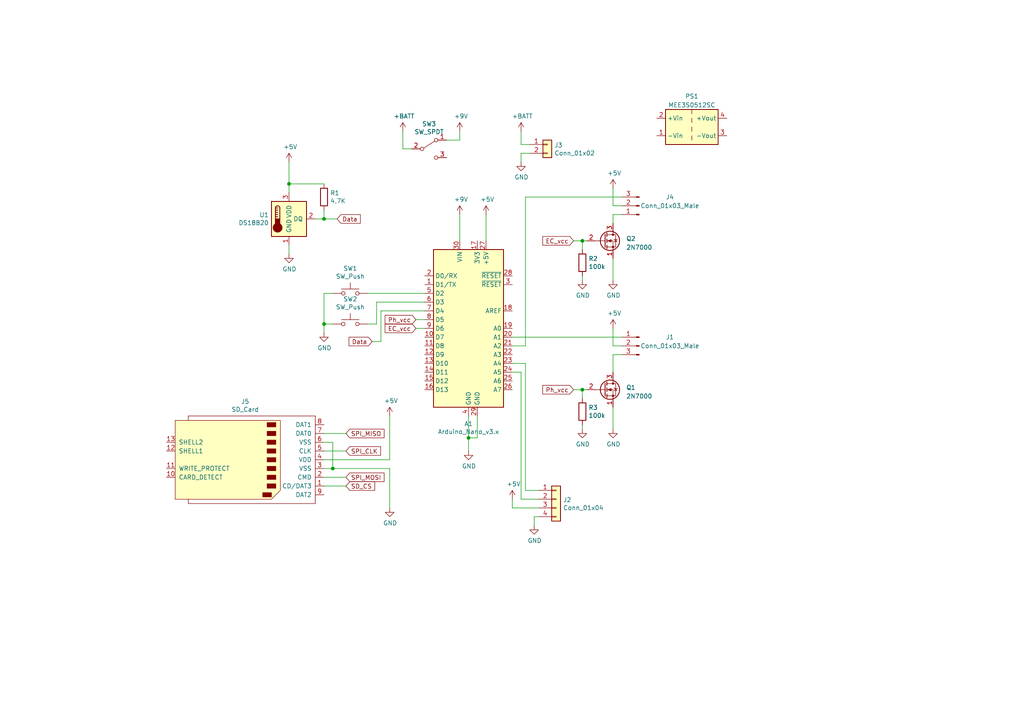
<source format=kicad_sch>
(kicad_sch (version 20230121) (generator eeschema)
  (paper "A4")
  (lib_symbols
    (symbol "Connector:SD_Card" (pin_names (offset 1.016))
      (property "Reference" "J" (at -16.51 13.97 0))
      (property "Value" "SD_Card" (at 15.24 -13.97 0))
      (symbol "SD_Card_0_1"
        (rectangle (start -8.89 -9.525) (end -6.35 -10.795) (fill (type outline)))
        (rectangle (start -8.89 -6.985) (end -6.35 -8.255) (fill (type outline)))
        (rectangle (start -8.89 -4.445) (end -6.35 -5.715) (fill (type outline)))
        (rectangle (start -8.89 -1.905) (end -6.35 -3.175) (fill (type outline)))
        (rectangle (start -8.89 0.635) (end -6.35 -0.635) (fill (type outline)))
        (rectangle (start -8.89 3.175) (end -6.35 1.905) (fill (type outline)))
        (rectangle (start -8.89 5.715) (end -6.35 4.445) (fill (type outline)))
        (rectangle (start -8.89 8.255) (end -6.35 6.985) (fill (type outline)))
        (rectangle (start -7.62 10.795) (end -5.08 9.525) (fill (type outline)))
        (polyline (pts (xy -10.16 8.89) (xy -7.62 11.43) (xy 20.32 11.43) (xy 20.32 -11.43) (xy -10.16 -11.43) (xy -10.16 8.89)) (fill (type background)))
        (polyline (pts (xy 16.51 11.43) (xy 16.51 12.7) (xy -20.32 12.7) (xy -20.32 -12.7) (xy 16.51 -12.7) (xy 16.51 -11.43)))
      )
      (symbol "SD_Card_1_1"
        (pin input line (at -22.86 7.62 0) (length 2.54) (name "CD/DAT3") (number "1"))
        (pin input line (at 22.86 5.08 180) (length 2.54) (name "CARD_DETECT") (number "10"))
        (pin input line (at 22.86 2.54 180) (length 2.54) (name "WRITE_PROTECT") (number "11"))
        (pin input line (at 22.86 -2.54 180) (length 2.54) (name "SHELL1") (number "12"))
        (pin input line (at 22.86 -5.08 180) (length 2.54) (name "SHELL2") (number "13"))
        (pin input line (at -22.86 5.08 0) (length 2.54) (name "CMD") (number "2"))
        (pin power_in line (at -22.86 2.54 0) (length 2.54) (name "VSS") (number "3"))
        (pin power_in line (at -22.86 0 0) (length 2.54) (name "VDD") (number "4"))
        (pin input line (at -22.86 -2.54 0) (length 2.54) (name "CLK") (number "5"))
        (pin power_in line (at -22.86 -5.08 0) (length 2.54) (name "VSS") (number "6"))
        (pin input line (at -22.86 -7.62 0) (length 2.54) (name "DAT0") (number "7"))
        (pin input line (at -22.86 -10.16 0) (length 2.54) (name "DAT1") (number "8"))
        (pin input line (at -22.86 10.16 0) (length 2.54) (name "DAT2") (number "9"))
      )
    )
    (symbol "Connector_Generic:Conn_01x02" (pin_names (offset 1.016) hide)
      (property "Reference" "J" (at 0 2.54 0))
      (property "Value" "Conn_01x02" (at 0 -5.08 0))
      (symbol "Conn_01x02_1_1"
        (rectangle (start -1.27 -2.413) (end 0 -2.667) (stroke (width 0.1524)))
        (rectangle (start -1.27 0.127) (end 0 -0.127) (stroke (width 0.1524)))
        (rectangle (start -1.27 1.27) (end 1.27 -3.81) (stroke (width 0.254)) (fill (type background)))
        (pin passive line (at -5.08 0 0) (length 3.81) (name "Pin_1") (number "1"))
        (pin passive line (at -5.08 -2.54 0) (length 3.81) (name "Pin_2") (number "2"))
      )
    )
    (symbol "Connector_Generic:Conn_01x04" (pin_names (offset 1.016) hide)
      (property "Reference" "J" (at 0 5.08 0))
      (property "Value" "Conn_01x04" (at 0 -7.62 0))
      (symbol "Conn_01x04_1_1"
        (rectangle (start -1.27 -4.953) (end 0 -5.207) (stroke (width 0.1524)))
        (rectangle (start -1.27 -2.413) (end 0 -2.667) (stroke (width 0.1524)))
        (rectangle (start -1.27 0.127) (end 0 -0.127) (stroke (width 0.1524)))
        (rectangle (start -1.27 2.667) (end 0 2.413) (stroke (width 0.1524)))
        (rectangle (start -1.27 3.81) (end 1.27 -6.35) (stroke (width 0.254)) (fill (type background)))
        (pin passive line (at -5.08 2.54 0) (length 3.81) (name "Pin_1") (number "1"))
        (pin passive line (at -5.08 0 0) (length 3.81) (name "Pin_2") (number "2"))
        (pin passive line (at -5.08 -2.54 0) (length 3.81) (name "Pin_3") (number "3"))
        (pin passive line (at -5.08 -5.08 0) (length 3.81) (name "Pin_4") (number "4"))
      )
    )
    (symbol "Converter_DCDC:MEE3S0512SC"
      (property "Reference" "PS" (at -7.62 6.35 0))
      (property "Value" "MEE3S0512SC" (at 1.27 6.35 0))
      (symbol "MEE3S0512SC_0_0"
        (pin power_in line (at -10.16 -2.54 0) (length 2.54) (name "-Vin") (number "1"))
        (pin power_in line (at -10.16 2.54 0) (length 2.54) (name "+Vin") (number "2"))
        (pin power_out line (at 10.16 -2.54 180) (length 2.54) (name "-Vout") (number "3"))
        (pin power_out line (at 10.16 2.54 180) (length 2.54) (name "+Vout") (number "4"))
      )
      (symbol "MEE3S0512SC_0_1"
        (rectangle (start -7.62 5.08) (end 7.62 -5.08) (stroke (width 0.254)) (fill (type background)))
        (polyline (pts (xy 0 -2.54) (xy 0 -3.81)))
        (polyline (pts (xy 0 0) (xy 0 -1.27)))
        (polyline (pts (xy 0 2.54) (xy 0 1.27)))
        (polyline (pts (xy 0 5.08) (xy 0 3.81)))
      )
    )
    (symbol "Device:R" (pin_numbers hide) (pin_names (offset 0))
      (property "Reference" "R" (at 2.032 0 90))
      (property "Value" "R" (at 0 0 90))
      (symbol "R_0_1"
        (rectangle (start -1.016 -2.54) (end 1.016 2.54) (stroke (width 0.254)))
      )
      (symbol "R_1_1"
        (pin passive line (at 0 3.81 270) (length 1.27) (name "~") (number "1"))
        (pin passive line (at 0 -3.81 90) (length 1.27) (name "~") (number "2"))
      )
    )
    (symbol "MCU_Module:Arduino_Nano_v3.x"
      (property "Reference" "A" (at -10.16 23.495 0))
      (property "Value" "Arduino_Nano_v3.x" (at 5.08 -24.13 0))
      (symbol "Arduino_Nano_v3.x_0_1"
        (rectangle (start -10.16 22.86) (end 10.16 -22.86) (stroke (width 0.254)) (fill (type background)))
      )
      (symbol "Arduino_Nano_v3.x_1_1"
        (pin bidirectional line (at -12.7 12.7 0) (length 2.54) (name "D1/TX") (number "1"))
        (pin bidirectional line (at -12.7 -2.54 0) (length 2.54) (name "D7") (number "10"))
        (pin bidirectional line (at -12.7 -5.08 0) (length 2.54) (name "D8") (number "11"))
        (pin bidirectional line (at -12.7 -7.62 0) (length 2.54) (name "D9") (number "12"))
        (pin bidirectional line (at -12.7 -10.16 0) (length 2.54) (name "D10") (number "13"))
        (pin bidirectional line (at -12.7 -12.7 0) (length 2.54) (name "D11") (number "14"))
        (pin bidirectional line (at -12.7 -15.24 0) (length 2.54) (name "D12") (number "15"))
        (pin bidirectional line (at -12.7 -17.78 0) (length 2.54) (name "D13") (number "16"))
        (pin power_out line (at 2.54 25.4 270) (length 2.54) (name "3V3") (number "17"))
        (pin input line (at 12.7 5.08 180) (length 2.54) (name "AREF") (number "18"))
        (pin bidirectional line (at 12.7 0 180) (length 2.54) (name "A0") (number "19"))
        (pin bidirectional line (at -12.7 15.24 0) (length 2.54) (name "D0/RX") (number "2"))
        (pin bidirectional line (at 12.7 -2.54 180) (length 2.54) (name "A1") (number "20"))
        (pin bidirectional line (at 12.7 -5.08 180) (length 2.54) (name "A2") (number "21"))
        (pin bidirectional line (at 12.7 -7.62 180) (length 2.54) (name "A3") (number "22"))
        (pin bidirectional line (at 12.7 -10.16 180) (length 2.54) (name "A4") (number "23"))
        (pin bidirectional line (at 12.7 -12.7 180) (length 2.54) (name "A5") (number "24"))
        (pin bidirectional line (at 12.7 -15.24 180) (length 2.54) (name "A6") (number "25"))
        (pin bidirectional line (at 12.7 -17.78 180) (length 2.54) (name "A7") (number "26"))
        (pin power_out line (at 5.08 25.4 270) (length 2.54) (name "+5V") (number "27"))
        (pin input line (at 12.7 15.24 180) (length 2.54) (name "~{RESET}") (number "28"))
        (pin power_in line (at 2.54 -25.4 90) (length 2.54) (name "GND") (number "29"))
        (pin input line (at 12.7 12.7 180) (length 2.54) (name "~{RESET}") (number "3"))
        (pin power_in line (at -2.54 25.4 270) (length 2.54) (name "VIN") (number "30"))
        (pin power_in line (at 0 -25.4 90) (length 2.54) (name "GND") (number "4"))
        (pin bidirectional line (at -12.7 10.16 0) (length 2.54) (name "D2") (number "5"))
        (pin bidirectional line (at -12.7 7.62 0) (length 2.54) (name "D3") (number "6"))
        (pin bidirectional line (at -12.7 5.08 0) (length 2.54) (name "D4") (number "7"))
        (pin bidirectional line (at -12.7 2.54 0) (length 2.54) (name "D5") (number "8"))
        (pin bidirectional line (at -12.7 0 0) (length 2.54) (name "D6") (number "9"))
      )
    )
    (symbol "Switch:SW_Push" (pin_numbers hide) (pin_names (offset 1.016) hide)
      (property "Reference" "SW" (at 1.27 2.54 0))
      (property "Value" "SW_Push" (at 0 -1.524 0))
      (symbol "SW_Push_0_1"
        (circle (center -2.032 0) (radius 0.508))
        (polyline (pts (xy 0 1.27) (xy 0 3.048)))
        (polyline (pts (xy 2.54 1.27) (xy -2.54 1.27)))
        (circle (center 2.032 0) (radius 0.508))
        (pin passive line (at -5.08 0 0) (length 2.54) (name "1") (number "1"))
        (pin passive line (at 5.08 0 180) (length 2.54) (name "2") (number "2"))
      )
    )
    (symbol "Switch:SW_SPDT" (pin_names (offset 0) hide)
      (property "Reference" "SW" (at 0 4.318 0))
      (property "Value" "SW_SPDT" (at 0 -5.08 0))
      (symbol "SW_SPDT_0_0"
        (circle (center -2.032 0) (radius 0.508))
        (circle (center 2.032 -2.54) (radius 0.508))
      )
      (symbol "SW_SPDT_0_1"
        (polyline (pts (xy -1.524 0.254) (xy 1.651 2.286)))
        (circle (center 2.032 2.54) (radius 0.508))
      )
      (symbol "SW_SPDT_1_1"
        (pin passive line (at 5.08 2.54 180) (length 2.54) (name "A") (number "1"))
        (pin passive line (at -5.08 0 0) (length 2.54) (name "B") (number "2"))
        (pin passive line (at 5.08 -2.54 180) (length 2.54) (name "C") (number "3"))
      )
    )
    (symbol "Transistor_FET:2N7000" (pin_names hide)
      (property "Reference" "Q" (at 5.08 1.905 0))
      (property "Value" "2N7000" (at 5.08 0 0))
      (symbol "2N7000_0_1"
        (polyline (pts (xy 0.254 0) (xy -2.54 0)))
        (polyline (pts (xy 0.254 1.905) (xy 0.254 -1.905)) (stroke (width 0.254)))
        (polyline (pts (xy 0.762 -1.27) (xy 0.762 -2.286)) (stroke (width 0.254)))
        (polyline (pts (xy 0.762 0.508) (xy 0.762 -0.508)) (stroke (width 0.254)))
        (polyline (pts (xy 0.762 2.286) (xy 0.762 1.27)) (stroke (width 0.254)))
        (polyline (pts (xy 2.54 2.54) (xy 2.54 1.778)))
        (polyline (pts (xy 2.54 -2.54) (xy 2.54 0) (xy 0.762 0)))
        (polyline (pts (xy 0.762 -1.778) (xy 3.302 -1.778) (xy 3.302 1.778) (xy 0.762 1.778)))
        (polyline (pts (xy 1.016 0) (xy 2.032 0.381) (xy 2.032 -0.381) (xy 1.016 0)) (fill (type outline)))
        (polyline (pts (xy 2.794 0.508) (xy 2.921 0.381) (xy 3.683 0.381) (xy 3.81 0.254)))
        (polyline (pts (xy 3.302 0.381) (xy 2.921 -0.254) (xy 3.683 -0.254) (xy 3.302 0.381)))
        (circle (center 1.651 0) (radius 2.794) (stroke (width 0.254)))
        (circle (center 2.54 -1.778) (radius 0.254) (fill (type outline)))
        (circle (center 2.54 1.778) (radius 0.254) (fill (type outline)))
      )
      (symbol "2N7000_1_1"
        (pin passive line (at 2.54 -5.08 90) (length 2.54) (name "S") (number "1"))
        (pin input line (at -5.08 0 0) (length 2.54) (name "G") (number "2"))
        (pin passive line (at 2.54 5.08 270) (length 2.54) (name "D") (number "3"))
      )
    )
    (symbol "pHmeter-rescue:Conn_01x03_Male-Connector" (pin_names (offset 1.016) hide)
      (property "Reference" "J" (at 0 5.08 0))
      (property "Value" "Connector_Conn_01x03_Male" (at 0 -5.08 0))
      (symbol "Conn_01x03_Male-Connector_1_1"
        (polyline (pts (xy 1.27 -2.54) (xy 0.8636 -2.54)) (stroke (width 0.1524)))
        (polyline (pts (xy 1.27 0) (xy 0.8636 0)) (stroke (width 0.1524)))
        (polyline (pts (xy 1.27 2.54) (xy 0.8636 2.54)) (stroke (width 0.1524)))
        (rectangle (start 0.8636 -2.413) (end 0 -2.667) (stroke (width 0.1524)) (fill (type outline)))
        (rectangle (start 0.8636 0.127) (end 0 -0.127) (stroke (width 0.1524)) (fill (type outline)))
        (rectangle (start 0.8636 2.667) (end 0 2.413) (stroke (width 0.1524)) (fill (type outline)))
        (pin passive line (at 5.08 2.54 180) (length 3.81) (name "Pin_1") (number "1"))
        (pin passive line (at 5.08 0 180) (length 3.81) (name "Pin_2") (number "2"))
        (pin passive line (at 5.08 -2.54 180) (length 3.81) (name "Pin_3") (number "3"))
      )
    )
    (symbol "pHmeter-rescue:DS18B20-Sensor_Temperature" (pin_names (offset 1.016))
      (property "Reference" "U" (at -3.81 6.35 0))
      (property "Value" "Sensor_Temperature_DS18B20" (at 6.35 6.35 0))
      (symbol "DS18B20-Sensor_Temperature_0_1"
        (rectangle (start -5.08 5.08) (end 5.08 -5.08) (stroke (width 0.254)) (fill (type background)))
        (circle (center -3.302 -2.54) (radius 1.27) (stroke (width 0.254)) (fill (type outline)))
        (rectangle (start -2.667 -1.905) (end -3.937 0) (stroke (width 0.254)) (fill (type outline)))
        (arc (start -2.667 3.175) (mid -3.302 3.8073) (end -3.937 3.175) (stroke (width 0.254)))
        (polyline (pts (xy -3.937 0.635) (xy -3.302 0.635)) (stroke (width 0.254)))
        (polyline (pts (xy -3.937 1.27) (xy -3.302 1.27)) (stroke (width 0.254)))
        (polyline (pts (xy -3.937 1.905) (xy -3.302 1.905)) (stroke (width 0.254)))
        (polyline (pts (xy -3.937 2.54) (xy -3.302 2.54)) (stroke (width 0.254)))
        (polyline (pts (xy -3.937 3.175) (xy -3.937 0)) (stroke (width 0.254)))
        (polyline (pts (xy -3.937 3.175) (xy -3.302 3.175)) (stroke (width 0.254)))
        (polyline (pts (xy -2.667 3.175) (xy -2.667 0)) (stroke (width 0.254)))
      )
      (symbol "DS18B20-Sensor_Temperature_1_1"
        (pin power_in line (at 0 -7.62 90) (length 2.54) (name "GND") (number "1"))
        (pin bidirectional line (at 7.62 0 180) (length 2.54) (name "DQ") (number "2"))
        (pin power_in line (at 0 7.62 270) (length 2.54) (name "VDD") (number "3"))
      )
    )
    (symbol "power:+5V" (power) (pin_names (offset 0))
      (property "Value" "+5V" (at 0 3.556 0))
      (symbol "+5V_0_1"
        (polyline (pts (xy -0.762 1.27) (xy 0 2.54)))
        (polyline (pts (xy 0 0) (xy 0 2.54)))
        (polyline (pts (xy 0 2.54) (xy 0.762 1.27)))
      )
      (symbol "+5V_1_1"
        (pin power_in line (at 0 0 90) (length 0) hide (name "+5V") (number "1"))
      )
    )
    (symbol "power:+9V" (power) (pin_names (offset 0))
      (property "Value" "+9V" (at 0 3.556 0))
      (symbol "+9V_0_1"
        (polyline (pts (xy -0.762 1.27) (xy 0 2.54)))
        (polyline (pts (xy 0 0) (xy 0 2.54)))
        (polyline (pts (xy 0 2.54) (xy 0.762 1.27)))
      )
      (symbol "+9V_1_1"
        (pin power_in line (at 0 0 90) (length 0) hide (name "+9V") (number "1"))
      )
    )
    (symbol "power:+BATT" (power) (pin_names (offset 0))
      (property "Value" "+BATT" (at 0 3.556 0))
      (symbol "+BATT_0_1"
        (polyline (pts (xy -0.762 1.27) (xy 0 2.54)))
        (polyline (pts (xy 0 0) (xy 0 2.54)))
        (polyline (pts (xy 0 2.54) (xy 0.762 1.27)))
      )
      (symbol "+BATT_1_1"
        (pin power_in line (at 0 0 90) (length 0) hide (name "+BATT") (number "1"))
      )
    )
    (symbol "power:GND" (power) (pin_names (offset 0))
      (property "Value" "GND" (at 0 -3.81 0))
      (symbol "GND_0_1"
        (polyline (pts (xy 0 0) (xy 0 -1.27) (xy 1.27 -1.27) (xy 0 -2.54) (xy -1.27 -1.27) (xy 0 -1.27)))
      )
      (symbol "GND_1_1"
        (pin power_in line (at 0 0 270) (length 0) hide (name "GND") (number "1"))
      )
    )
  )
  (junction (at 93.98 63.5))
  (junction (at 93.98 93.98))
  (junction (at 83.82 53.34))
  (junction (at 96.52 135.89))
  (junction (at 168.91 69.85))
  (junction (at 168.91 113.03))
  (junction (at 135.89 127))
  (wire (pts (xy 113.03 120.65) (xy 113.03 133.35)))
  (wire (pts (xy 154.94 149.86) (xy 156.21 149.86)))
  (wire (pts (xy 151.13 38.1) (xy 151.13 41.91)))
  (wire (pts (xy 135.89 127) (xy 135.89 130.81)))
  (wire (pts (xy 133.35 62.23) (xy 133.35 69.85)))
  (wire (pts (xy 168.91 113.03) (xy 170.18 113.03)))
  (wire (pts (xy 83.82 71.12) (xy 83.82 73.66)))
  (wire (pts (xy 177.8 59.69) (xy 180.34 59.69)))
  (wire (pts (xy 83.82 53.34) (xy 83.82 55.88)))
  (wire (pts (xy 177.8 118.11) (xy 177.8 124.46)))
  (wire (pts (xy 93.98 85.09) (xy 96.52 85.09)))
  (wire (pts (xy 83.82 46.99) (xy 83.82 53.34)))
  (wire (pts (xy 133.35 40.64) (xy 133.35 38.1)))
  (wire (pts (xy 177.8 107.95) (xy 177.8 102.87)))
  (wire (pts (xy 180.34 62.23) (xy 177.8 62.23)))
  (wire (pts (xy 93.98 138.43) (xy 100.33 138.43)))
  (wire (pts (xy 152.4 57.15) (xy 180.34 57.15)))
  (wire (pts (xy 93.98 96.52) (xy 93.98 93.98)))
  (wire (pts (xy 148.59 147.32) (xy 156.21 147.32)))
  (wire (pts (xy 110.49 99.06) (xy 110.49 90.17)))
  (wire (pts (xy 93.98 60.96) (xy 93.98 63.5)))
  (wire (pts (xy 129.54 40.64) (xy 133.35 40.64)))
  (wire (pts (xy 96.52 128.27) (xy 96.52 135.89)))
  (wire (pts (xy 177.8 74.93) (xy 177.8 81.28)))
  (wire (pts (xy 177.8 102.87) (xy 180.34 102.87)))
  (wire (pts (xy 116.84 38.1) (xy 116.84 43.18)))
  (wire (pts (xy 109.22 87.63) (xy 123.19 87.63)))
  (wire (pts (xy 151.13 144.78) (xy 156.21 144.78)))
  (wire (pts (xy 177.8 100.33) (xy 180.34 100.33)))
  (wire (pts (xy 135.89 127) (xy 135.89 120.65)))
  (wire (pts (xy 168.91 69.85) (xy 170.18 69.85)))
  (wire (pts (xy 151.13 41.91) (xy 153.67 41.91)))
  (wire (pts (xy 93.98 140.97) (xy 100.33 140.97)))
  (wire (pts (xy 106.68 93.98) (xy 109.22 93.98)))
  (wire (pts (xy 106.68 85.09) (xy 123.19 85.09)))
  (wire (pts (xy 96.52 135.89) (xy 113.03 135.89)))
  (wire (pts (xy 116.84 43.18) (xy 119.38 43.18)))
  (wire (pts (xy 152.4 105.41) (xy 148.59 105.41)))
  (wire (pts (xy 97.79 63.5) (xy 93.98 63.5)))
  (wire (pts (xy 110.49 90.17) (xy 123.19 90.17)))
  (wire (pts (xy 96.52 93.98) (xy 93.98 93.98)))
  (wire (pts (xy 152.4 142.24) (xy 152.4 105.41)))
  (wire (pts (xy 166.37 113.03) (xy 168.91 113.03)))
  (wire (pts (xy 93.98 128.27) (xy 96.52 128.27)))
  (wire (pts (xy 177.8 54.61) (xy 177.8 59.69)))
  (wire (pts (xy 93.98 93.98) (xy 93.98 85.09)))
  (wire (pts (xy 109.22 93.98) (xy 109.22 87.63)))
  (wire (pts (xy 120.65 95.25) (xy 123.19 95.25)))
  (wire (pts (xy 151.13 107.95) (xy 151.13 144.78)))
  (wire (pts (xy 168.91 123.19) (xy 168.91 124.46)))
  (wire (pts (xy 168.91 80.01) (xy 168.91 81.28)))
  (wire (pts (xy 151.13 46.99) (xy 151.13 44.45)))
  (wire (pts (xy 154.94 149.86) (xy 154.94 152.4)))
  (wire (pts (xy 140.97 62.23) (xy 140.97 69.85)))
  (wire (pts (xy 148.59 107.95) (xy 151.13 107.95)))
  (wire (pts (xy 152.4 100.33) (xy 148.59 100.33)))
  (wire (pts (xy 113.03 135.89) (xy 113.03 147.32)))
  (wire (pts (xy 138.43 120.65) (xy 138.43 127)))
  (wire (pts (xy 156.21 142.24) (xy 152.4 142.24)))
  (wire (pts (xy 93.98 133.35) (xy 113.03 133.35)))
  (wire (pts (xy 107.95 99.06) (xy 110.49 99.06)))
  (wire (pts (xy 151.13 44.45) (xy 153.67 44.45)))
  (wire (pts (xy 168.91 69.85) (xy 168.91 72.39)))
  (wire (pts (xy 177.8 95.25) (xy 177.8 100.33)))
  (wire (pts (xy 93.98 125.73) (xy 100.33 125.73)))
  (wire (pts (xy 152.4 100.33) (xy 152.4 57.15)))
  (wire (pts (xy 93.98 63.5) (xy 91.44 63.5)))
  (wire (pts (xy 166.37 69.85) (xy 168.91 69.85)))
  (wire (pts (xy 177.8 62.23) (xy 177.8 64.77)))
  (wire (pts (xy 148.59 144.78) (xy 148.59 147.32)))
  (wire (pts (xy 148.59 97.79) (xy 180.34 97.79)))
  (wire (pts (xy 120.65 92.71) (xy 123.19 92.71)))
  (wire (pts (xy 93.98 135.89) (xy 96.52 135.89)))
  (wire (pts (xy 93.98 53.34) (xy 83.82 53.34)))
  (wire (pts (xy 93.98 130.81) (xy 100.33 130.81)))
  (wire (pts (xy 168.91 113.03) (xy 168.91 115.57)))
  (wire (pts (xy 138.43 127) (xy 135.89 127)))
  (global_label "Ph_vcc" (shape input) (at 120.65 92.71 180) (property "Intersheetrefs" "${INTERSHEET_REFS}" (effects hide)))
  (global_label "SPI_MISO" (shape input) (at 100.33 125.73 0) (property "Intersheetrefs" "${INTERSHEET_REFS}" (effects hide)))
  (global_label "Data" (shape input) (at 97.79 63.5 0) (property "Intersheetrefs" "${INTERSHEET_REFS}" (effects hide)))
  (global_label "SPI_MOSI" (shape input) (at 100.33 138.43 0) (property "Intersheetrefs" "${INTERSHEET_REFS}" (effects hide)))
  (global_label "Data" (shape input) (at 107.95 99.06 180) (property "Intersheetrefs" "${INTERSHEET_REFS}" (effects hide)))
  (global_label "SPI_CLK" (shape input) (at 100.33 130.81 0) (property "Intersheetrefs" "${INTERSHEET_REFS}" (effects hide)))
  (global_label "EC_vcc" (shape input) (at 120.65 95.25 180) (property "Intersheetrefs" "${INTERSHEET_REFS}" (effects hide)))
  (global_label "SD_CS" (shape input) (at 100.33 140.97 0) (property "Intersheetrefs" "${INTERSHEET_REFS}" (effects hide)))
  (global_label "EC_vcc" (shape input) (at 166.37 69.85 180) (property "Intersheetrefs" "${INTERSHEET_REFS}" (effects hide)))
  (global_label "Ph_vcc" (shape input) (at 166.37 113.03 180) (property "Intersheetrefs" "${INTERSHEET_REFS}" (effects hide)))
  (symbol (lib_id "MCU_Module:Arduino_Nano_v3.x") (at 135.89 95.25 0) (unit 1)
    (property "Reference" "A1" (at 135.89 122.9106 0))
    (property "Value" "Arduino_Nano_v3.x" (at 135.89 125.222 0))
    (property "Footprint" "Module:Arduino_Nano" (effects hide))
    (property "Datasheet" "http://www.mouser.com/pdfdocs/Gravitech_Arduino_Nano3_0.pdf" (effects hide))
  )
  (symbol (lib_id "Switch:SW_Push") (at 101.6 85.09 0) (unit 1)
    (property "Reference" "SW1" (at 101.6 77.851 0))
    (property "Value" "SW_Push" (at 101.6 80.1624 0))
    (property "Footprint" "Button_Switch_THT:SW_PUSH_6mm_H8mm" (effects hide))
  )
  (symbol (lib_id "power:GND") (at 93.98 96.52 0) (unit 1)
    (property "Reference" "#PWR0101" (effects hide))
    (property "Value" "GND" (at 94.107 100.9142 0))
  )
  (symbol (lib_id "power:GND") (at 135.89 130.81 0) (unit 1)
    (property "Reference" "#PWR0102" (effects hide))
    (property "Value" "GND" (at 136.017 135.2042 0))
  )
  (symbol (lib_id "Switch:SW_Push") (at 101.6 93.98 0) (unit 1)
    (property "Reference" "SW2" (at 101.6 86.741 0))
    (property "Value" "SW_Push" (at 101.6 89.0524 0))
    (property "Footprint" "Button_Switch_THT:SW_PUSH_6mm_H8mm" (effects hide))
  )
  (symbol (lib_id "pHmeter-rescue:DS18B20-Sensor_Temperature") (at 83.82 63.5 0) (unit 1)
    (property "Reference" "U1" (at 77.978 62.3316 0) (effects (justify right)))
    (property "Value" "DS18B20" (at 77.978 64.643 0) (effects (justify right)))
    (property "Footprint" "Button_Switch_THT:SW_CuK_JS202011AQN_DPDT_Angled" (effects hide))
    (property "Datasheet" "http://datasheets.maximintegrated.com/en/ds/DS18B20.pdf" (effects hide))
  )
  (symbol (lib_id "power:+9V") (at 133.35 62.23 0) (unit 1)
    (property "Reference" "#PWR0103" (effects hide))
    (property "Value" "+9V" (at 133.731 57.8358 0))
  )
  (symbol (lib_id "power:+5V") (at 140.97 62.23 0) (unit 1)
    (property "Reference" "#PWR0104" (effects hide))
    (property "Value" "+5V" (at 141.351 57.8358 0))
  )
  (symbol (lib_id "power:+5V") (at 83.82 46.99 0) (unit 1)
    (property "Reference" "#PWR0105" (effects hide))
    (property "Value" "+5V" (at 84.201 42.5958 0))
  )
  (symbol (lib_id "power:GND") (at 83.82 73.66 0) (unit 1)
    (property "Reference" "#PWR0106" (effects hide))
    (property "Value" "GND" (at 83.947 78.0542 0))
  )
  (symbol (lib_id "Device:R") (at 93.98 57.15 0) (unit 1)
    (property "Reference" "R1" (at 95.758 55.9816 0) (effects (justify left)))
    (property "Value" "4,7K" (at 95.758 58.293 0) (effects (justify left)))
    (property "Footprint" "Resistor_THT:R_Axial_DIN0207_L6.3mm_D2.5mm_P10.16mm_Horizontal" (effects hide))
  )
  (symbol (lib_id "pHmeter-rescue:Conn_01x03_Male-Connector") (at 185.42 100.33 0) (mirror y) (unit 1)
    (property "Reference" "J1" (at 194.31 97.79 0))
    (property "Value" "Conn_01x03_Male" (at 194.31 100.33 0))
    (property "Footprint" "Connector_PinHeader_2.54mm:PinHeader_1x03_P2.54mm_Horizontal" (effects hide))
  )
  (symbol (lib_id "Switch:SW_SPDT") (at 124.46 43.18 0) (unit 1)
    (property "Reference" "SW3" (at 124.46 35.941 0))
    (property "Value" "SW_SPDT" (at 124.46 38.2524 0))
    (property "Footprint" "Connector_PinHeader_2.54mm:PinHeader_1x03_P2.54mm_Vertical" (effects hide))
  )
  (symbol (lib_id "power:+BATT") (at 116.84 38.1 0) (unit 1)
    (property "Reference" "#PWR0109" (effects hide))
    (property "Value" "+BATT" (at 117.221 33.7058 0))
  )
  (symbol (lib_id "power:+9V") (at 133.35 38.1 0) (unit 1)
    (property "Reference" "#PWR0110" (effects hide))
    (property "Value" "+9V" (at 133.731 33.7058 0))
  )
  (symbol (lib_id "Connector_Generic:Conn_01x04") (at 161.29 144.78 0) (unit 1)
    (property "Reference" "J2" (at 163.322 144.9832 0) (effects (justify left)))
    (property "Value" "Conn_01x04" (at 163.322 147.2946 0) (effects (justify left)))
    (property "Footprint" "Connector_PinHeader_2.54mm:PinHeader_1x04_P2.54mm_Vertical" (effects hide))
  )
  (symbol (lib_id "power:+5V") (at 148.59 144.78 0) (unit 1)
    (property "Reference" "#PWR0111" (effects hide))
    (property "Value" "+5V" (at 148.971 140.3858 0))
  )
  (symbol (lib_id "power:GND") (at 154.94 152.4 0) (unit 1)
    (property "Reference" "#PWR0112" (effects hide))
    (property "Value" "GND" (at 155.067 156.7942 0))
  )
  (symbol (lib_id "Connector_Generic:Conn_01x02") (at 158.75 41.91 0) (unit 1)
    (property "Reference" "J3" (at 160.782 42.1132 0) (effects (justify left)))
    (property "Value" "Conn_01x02" (at 160.782 44.4246 0) (effects (justify left)))
    (property "Footprint" "Connector_PinHeader_2.54mm:PinHeader_1x02_P2.54mm_Vertical" (effects hide))
  )
  (symbol (lib_id "power:GND") (at 151.13 46.99 0) (unit 1)
    (property "Reference" "#PWR0113" (effects hide))
    (property "Value" "GND" (at 151.257 51.3842 0))
  )
  (symbol (lib_id "power:+BATT") (at 151.13 38.1 0) (unit 1)
    (property "Reference" "#PWR0114" (effects hide))
    (property "Value" "+BATT" (at 151.511 33.7058 0))
  )
  (symbol (lib_id "pHmeter-rescue:Conn_01x03_Male-Connector") (at 185.42 59.69 180) (unit 1)
    (property "Reference" "J4" (at 194.31 57.15 0))
    (property "Value" "Conn_01x03_Male" (at 194.31 59.69 0))
    (property "Footprint" "Connector_PinHeader_2.54mm:PinHeader_1x03_P2.54mm_Horizontal" (effects hide))
  )
  (symbol (lib_id "Connector:SD_Card") (at 71.12 133.35 180) (unit 1)
    (property "Reference" "J5" (at 71.12 116.459 0))
    (property "Value" "SD_Card" (at 71.12 118.7704 0))
    (property "Datasheet" "http://portal.fciconnect.com/Comergent//fci/drawing/10067847.pdf" (effects hide))
  )
  (symbol (lib_id "power:GND") (at 113.03 147.32 0) (unit 1)
    (property "Reference" "#PWR0115" (effects hide))
    (property "Value" "GND" (at 113.157 151.7142 0))
  )
  (symbol (lib_id "power:+5V") (at 113.03 120.65 0) (unit 1)
    (property "Reference" "#PWR0116" (effects hide))
    (property "Value" "+5V" (at 113.411 116.2558 0))
  )
  (symbol (lib_id "power:GND") (at 168.91 124.46 0) (unit 1)
    (property "Reference" "#PWR01" (effects hide))
    (property "Value" "GND" (at 169.037 128.8542 0))
  )
  (symbol (lib_id "Converter_DCDC:MEE3S0512SC") (at 200.66 36.83 0) (unit 1)
    (property "Reference" "PS1" (at 200.66 27.94 0))
    (property "Value" "MEE3S0512SC" (at 200.66 30.48 0))
    (property "Footprint" "Converter_DCDC:Converter_DCDC_Murata_MEE3SxxxxSC_THT" (effects hide))
    (property "Datasheet" "https://power.murata.com/pub/data/power/ncl/kdc_mee3.pdf" (effects hide))
  )
  (symbol (lib_id "power:GND") (at 177.8 124.46 0) (unit 1)
    (property "Reference" "#PWR02" (effects hide))
    (property "Value" "GND" (at 177.927 128.8542 0))
  )
  (symbol (lib_id "Transistor_FET:2N7000") (at 175.26 113.03 0) (unit 1)
    (property "Reference" "Q1" (at 181.61 112.395 0) (effects (justify left)))
    (property "Value" "2N7000" (at 181.61 114.935 0) (effects (justify left)))
    (property "Footprint" "Package_TO_SOT_THT:TO-92_Inline" (effects hide))
    (property "Datasheet" "https://www.vishay.com/docs/70226/70226.pdf" (effects hide))
  )
  (symbol (lib_id "Device:R") (at 168.91 76.2 0) (unit 1)
    (property "Reference" "R2" (at 170.688 75.0316 0) (effects (justify left)))
    (property "Value" "100k" (at 170.688 77.343 0) (effects (justify left)))
    (property "Footprint" "Resistor_THT:R_Axial_DIN0207_L6.3mm_D2.5mm_P10.16mm_Horizontal" (effects hide))
  )
  (symbol (lib_id "power:GND") (at 168.91 81.28 0) (unit 1)
    (property "Reference" "#PWR03" (effects hide))
    (property "Value" "GND" (at 169.037 85.6742 0))
  )
  (symbol (lib_id "power:+5V") (at 177.8 95.25 0) (unit 1)
    (property "Reference" "#PWR06" (effects hide))
    (property "Value" "+5V" (at 178.181 90.8558 0))
  )
  (symbol (lib_id "Transistor_FET:2N7000") (at 175.26 69.85 0) (unit 1)
    (property "Reference" "Q2" (at 181.61 69.215 0) (effects (justify left)))
    (property "Value" "2N7000" (at 181.61 71.755 0) (effects (justify left)))
    (property "Footprint" "Package_TO_SOT_THT:TO-92_Inline" (effects hide))
    (property "Datasheet" "https://www.vishay.com/docs/70226/70226.pdf" (effects hide))
  )
  (symbol (lib_id "Device:R") (at 168.91 119.38 0) (unit 1)
    (property "Reference" "R3" (at 170.688 118.2116 0) (effects (justify left)))
    (property "Value" "100k" (at 170.688 120.523 0) (effects (justify left)))
    (property "Footprint" "Resistor_THT:R_Axial_DIN0207_L6.3mm_D2.5mm_P10.16mm_Horizontal" (effects hide))
  )
  (symbol (lib_id "power:GND") (at 177.8 81.28 0) (unit 1)
    (property "Reference" "#PWR04" (effects hide))
    (property "Value" "GND" (at 177.927 85.6742 0))
  )
  (symbol (lib_id "power:+5V") (at 177.8 54.61 0) (unit 1)
    (property "Reference" "#PWR05" (effects hide))
    (property "Value" "+5V" (at 178.181 50.2158 0))
  )
)
</source>
